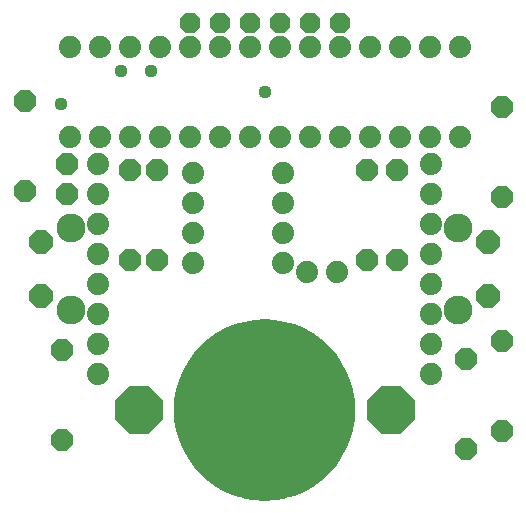
<source format=gbr>
G04 EAGLE Gerber RS-274X export*
G75*
%MOMM*%
%FSLAX34Y34*%
%LPD*%
%INSoldermask Top*%
%IPPOS*%
%AMOC8*
5,1,8,0,0,1.08239X$1,22.5*%
G01*
%ADD10P,4.343848X8X202.500000*%
%ADD11C,10.363200*%
%ADD12C,1.879600*%
%ADD13P,2.144431X8X112.500000*%
%ADD14C,2.451100*%
%ADD15P,2.144431X8X292.500000*%
%ADD16P,2.034460X8X112.500000*%
%ADD17P,2.034460X8X292.500000*%
%ADD18P,1.869504X8X292.500000*%
%ADD19C,1.109600*%

G36*
X8567Y-195734D02*
X8567Y-195734D01*
X8597Y-195727D01*
X8638Y-195726D01*
X17062Y-194295D01*
X17091Y-194284D01*
X17132Y-194279D01*
X25343Y-191913D01*
X25371Y-191900D01*
X25410Y-191890D01*
X33305Y-188620D01*
X33331Y-188603D01*
X33369Y-188589D01*
X40848Y-184456D01*
X40872Y-184436D01*
X40908Y-184418D01*
X47877Y-179473D01*
X47899Y-179451D01*
X47933Y-179429D01*
X54304Y-173734D01*
X54323Y-173710D01*
X54354Y-173684D01*
X60049Y-167313D01*
X60065Y-167286D01*
X60093Y-167257D01*
X65038Y-160288D01*
X65051Y-160260D01*
X65076Y-160228D01*
X69209Y-152749D01*
X69219Y-152719D01*
X69240Y-152685D01*
X72510Y-144790D01*
X72516Y-144760D01*
X72533Y-144723D01*
X74899Y-136512D01*
X74902Y-136481D01*
X74915Y-136442D01*
X76346Y-128018D01*
X76346Y-127987D01*
X76354Y-127947D01*
X76833Y-119416D01*
X76830Y-119385D01*
X76833Y-119344D01*
X76354Y-110813D01*
X76347Y-110783D01*
X76346Y-110742D01*
X74915Y-102318D01*
X74904Y-102289D01*
X74899Y-102248D01*
X72533Y-94037D01*
X72520Y-94009D01*
X72510Y-93970D01*
X69240Y-86075D01*
X69223Y-86049D01*
X69209Y-86011D01*
X65076Y-78532D01*
X65056Y-78508D01*
X65038Y-78472D01*
X60093Y-71503D01*
X60071Y-71481D01*
X60049Y-71447D01*
X54354Y-65076D01*
X54330Y-65057D01*
X54304Y-65026D01*
X47933Y-59332D01*
X47906Y-59315D01*
X47877Y-59287D01*
X40908Y-54342D01*
X40880Y-54329D01*
X40848Y-54305D01*
X33369Y-50171D01*
X33339Y-50161D01*
X33305Y-50140D01*
X25410Y-46870D01*
X25380Y-46864D01*
X25343Y-46847D01*
X17132Y-44481D01*
X17101Y-44478D01*
X17062Y-44465D01*
X8638Y-43034D01*
X8607Y-43034D01*
X8567Y-43026D01*
X36Y-42547D01*
X5Y-42551D01*
X-36Y-42547D01*
X-8567Y-43026D01*
X-8597Y-43033D01*
X-8638Y-43034D01*
X-17062Y-44465D01*
X-17091Y-44476D01*
X-17132Y-44481D01*
X-25343Y-46847D01*
X-25371Y-46860D01*
X-25410Y-46870D01*
X-33305Y-50140D01*
X-33331Y-50157D01*
X-33369Y-50171D01*
X-40848Y-54305D01*
X-40872Y-54324D01*
X-40908Y-54342D01*
X-47877Y-59287D01*
X-47899Y-59309D01*
X-47933Y-59332D01*
X-54304Y-65026D01*
X-54323Y-65050D01*
X-54354Y-65076D01*
X-60049Y-71447D01*
X-60065Y-71474D01*
X-60093Y-71503D01*
X-65038Y-78472D01*
X-65051Y-78500D01*
X-65076Y-78532D01*
X-69209Y-86011D01*
X-69219Y-86041D01*
X-69240Y-86075D01*
X-72510Y-93970D01*
X-72516Y-94000D01*
X-72533Y-94037D01*
X-74899Y-102248D01*
X-74902Y-102279D01*
X-74915Y-102318D01*
X-76346Y-110742D01*
X-76346Y-110773D01*
X-76354Y-110813D01*
X-76833Y-119344D01*
X-76830Y-119375D01*
X-76833Y-119416D01*
X-76354Y-127947D01*
X-76347Y-127977D01*
X-76346Y-128018D01*
X-74915Y-136442D01*
X-74904Y-136471D01*
X-74899Y-136512D01*
X-72533Y-144723D01*
X-72520Y-144751D01*
X-72510Y-144790D01*
X-69240Y-152685D01*
X-69223Y-152711D01*
X-69209Y-152749D01*
X-65076Y-160228D01*
X-65056Y-160252D01*
X-65038Y-160288D01*
X-60093Y-167257D01*
X-60071Y-167279D01*
X-60049Y-167313D01*
X-54354Y-173684D01*
X-54330Y-173703D01*
X-54304Y-173734D01*
X-47933Y-179429D01*
X-47906Y-179445D01*
X-47877Y-179473D01*
X-40908Y-184418D01*
X-40880Y-184431D01*
X-40848Y-184456D01*
X-33369Y-188589D01*
X-33339Y-188599D01*
X-33305Y-188620D01*
X-25410Y-191890D01*
X-25380Y-191896D01*
X-25343Y-191913D01*
X-17132Y-194279D01*
X-17101Y-194282D01*
X-17096Y-194284D01*
X-17062Y-194295D01*
X-8638Y-195726D01*
X-8607Y-195726D01*
X-8567Y-195734D01*
X-36Y-196213D01*
X-5Y-196210D01*
X36Y-196213D01*
X8567Y-195734D01*
G37*
D10*
X106680Y-119380D03*
X-106680Y-119380D03*
D11*
X0Y-119380D03*
D12*
X-141000Y-88900D03*
X-141000Y-63500D03*
X-141000Y-38100D03*
X-141000Y-12700D03*
X-141000Y12700D03*
X-141000Y38100D03*
X-141000Y63500D03*
X-141000Y88900D03*
X141000Y88900D03*
X141000Y63500D03*
X141000Y38100D03*
X141000Y12700D03*
X141000Y-12700D03*
X141000Y-38100D03*
X141000Y-63500D03*
X141000Y-88900D03*
X35560Y-2540D03*
X60960Y-2540D03*
X-165100Y111760D03*
X-139700Y111760D03*
X-114300Y111760D03*
X-88900Y111760D03*
X-63500Y111760D03*
X-38100Y111760D03*
X-12700Y111760D03*
X12700Y111760D03*
X38100Y111760D03*
X63500Y111760D03*
X88900Y111760D03*
X114300Y111760D03*
X139700Y111760D03*
X165100Y111760D03*
X165100Y187960D03*
X139700Y187960D03*
X114300Y187960D03*
X88900Y187960D03*
X63500Y187960D03*
X38100Y187960D03*
X12700Y187960D03*
X-12700Y187960D03*
X-38100Y187960D03*
X-63500Y187960D03*
X-88900Y187960D03*
X-114300Y187960D03*
X-139700Y187960D03*
X-165100Y187960D03*
D13*
X188976Y-22606D03*
X188976Y22606D03*
D14*
X164084Y-35052D03*
X164084Y35052D03*
D15*
X-188976Y22606D03*
X-188976Y-22606D03*
D14*
X-164084Y35052D03*
X-164084Y-35052D03*
D16*
X-203200Y66040D03*
X-203200Y142240D03*
D12*
X15240Y5080D03*
X15240Y30480D03*
X-60960Y30480D03*
X-60960Y5080D03*
X15240Y55880D03*
X15240Y81280D03*
X-60960Y55880D03*
X-60960Y81280D03*
D16*
X-171232Y-144780D03*
X-171232Y-68580D03*
D17*
X86360Y83820D03*
X86360Y7620D03*
D16*
X170180Y-152400D03*
X170180Y-76200D03*
D17*
X111760Y83820D03*
X111760Y7620D03*
X-91440Y83820D03*
X-91440Y7620D03*
X-114300Y83820D03*
X-114300Y7620D03*
X200660Y137160D03*
X200660Y60960D03*
D16*
X200660Y-137160D03*
X200660Y-60960D03*
D18*
X63500Y208280D03*
X38100Y208280D03*
X12700Y208280D03*
X-12700Y208280D03*
X-38100Y208280D03*
X-63500Y208280D03*
D16*
X-167640Y63500D03*
X-167640Y88900D03*
D19*
X-172720Y139700D03*
X-96520Y167640D03*
X-121920Y167640D03*
X0Y149860D03*
M02*

</source>
